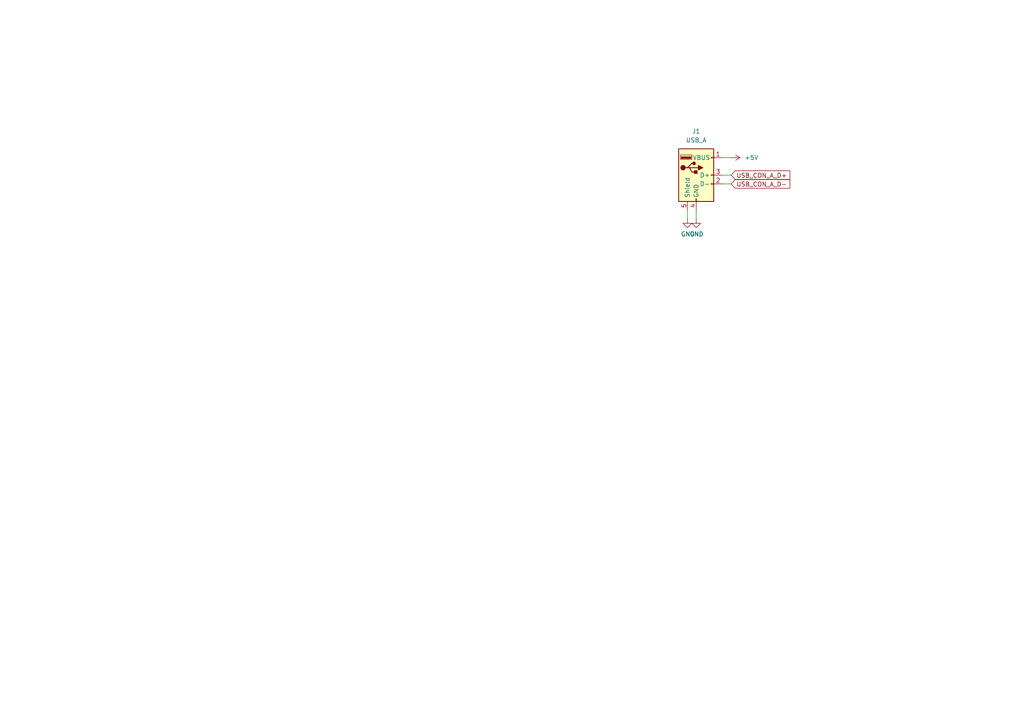
<source format=kicad_sch>
(kicad_sch (version 20230121) (generator eeschema)
  (paper "A4")
  (title_block (company "SmartEQ Information Technologies"))
  (lib_symbols
    (symbol "Connector:USB_A" (pin_names (offset 1.016))
      (property "Reference" "J" (at -5.08 11.43 0))
      (property "Value" "USB_A" (at -5.08 8.89 0))
      (symbol "USB_A_0_1"
        (rectangle (start -5.08 -7.62) (end 5.08 7.62) (stroke (width 0.254)) (fill (type background)))
        (circle (center -3.81 2.159) (radius 0.635) (stroke (width 0.254)) (fill (type outline)))
        (rectangle (start -1.524 4.826) (end -4.318 5.334) (fill (type outline)))
        (rectangle (start -1.27 4.572) (end -4.572 5.842))
        (circle (center -0.635 3.429) (radius 0.381) (stroke (width 0.254)) (fill (type outline)))
        (rectangle (start -0.127 -7.62) (end 0.127 -6.858))
        (polyline (pts (xy -3.175 2.159) (xy -2.54 2.159) (xy -1.27 3.429) (xy -0.635 3.429)) (stroke (width 0.254)))
        (polyline (pts (xy -2.54 2.159) (xy -1.905 2.159) (xy -1.27 0.889) (xy 0 0.889)) (stroke (width 0.254)))
        (polyline (pts (xy 0.635 2.794) (xy 0.635 1.524) (xy 1.905 2.159) (xy 0.635 2.794)) (stroke (width 0.254)) (fill (type outline)))
        (rectangle (start 0.254 1.27) (end -0.508 0.508) (stroke (width 0.254)) (fill (type outline)))
        (rectangle (start 5.08 -2.667) (end 4.318 -2.413))
        (rectangle (start 5.08 -0.127) (end 4.318 0.127))
        (rectangle (start 5.08 4.953) (end 4.318 5.207))
      )
      (symbol "USB_A_1_1"
        (polyline (pts (xy -1.905 2.159) (xy 0.635 2.159)) (stroke (width 0.254)))
        (pin power_in line (at 7.62 5.08 180) (length 2.54) (name "VBUS") (number "1"))
        (pin bidirectional line (at 7.62 -2.54 180) (length 2.54) (name "D-") (number "2"))
        (pin bidirectional line (at 7.62 0 180) (length 2.54) (name "D+") (number "3"))
        (pin power_in line (at 0 -10.16 90) (length 2.54) (name "GND") (number "4"))
        (pin passive line (at -2.54 -10.16 90) (length 2.54) (name "Shield") (number "5"))
      )
    )
    (symbol "power:+5V" (power) (pin_names (offset 0))
      (property "Value" "+5V" (at 0 3.556 0))
      (symbol "+5V_0_1"
        (polyline (pts (xy -0.762 1.27) (xy 0 2.54)))
        (polyline (pts (xy 0 0) (xy 0 2.54)))
        (polyline (pts (xy 0 2.54) (xy 0.762 1.27)))
      )
      (symbol "+5V_1_1"
        (pin power_in line (at 0 0 90) (length 0) hide (name "+5V") (number "1"))
      )
    )
    (symbol "power:GND" (power) (pin_names (offset 0))
      (property "Value" "GND" (at 0 -3.81 0))
      (symbol "GND_0_1"
        (polyline (pts (xy 0 0) (xy 0 -1.27) (xy 1.27 -1.27) (xy 0 -2.54) (xy -1.27 -1.27) (xy 0 -1.27)))
      )
      (symbol "GND_1_1"
        (pin power_in line (at 0 0 270) (length 0) hide (name "GND") (number "1"))
      )
    )
  )
  (wire (pts (xy 201.93 63.5) (xy 201.93 60.96)))
  (wire (pts (xy 212.09 53.34) (xy 209.55 53.34)))
  (wire (pts (xy 212.09 45.72) (xy 209.55 45.72)))
  (wire (pts (xy 199.39 63.5) (xy 199.39 60.96)))
  (wire (pts (xy 212.09 50.8) (xy 209.55 50.8)))
  (global_label "USB_CON_A_D-" (shape input) (at 212.09 53.34 0) (property "Intersheetrefs" "${INTERSHEET_REFS}" (effects hide)))
  (global_label "USB_CON_A_D+" (shape input) (at 212.09 50.8 0) (property "Intersheetrefs" "${INTERSHEET_REFS}" (effects hide)))
  (symbol (lib_id "power:GND") (at 201.93 63.5 0) (unit 1)
    (property "Reference" "#PWR0101" (effects hide))
    (property "Value" "GND" (at 202.057 67.8942 0))
  )
  (symbol (lib_id "power:GND") (at 199.39 63.5 0) (unit 1)
    (property "Reference" "#PWR0102" (effects hide))
    (property "Value" "GND" (at 199.517 67.8942 0))
  )
  (symbol (lib_id "Connector:USB_A") (at 201.93 50.8 0) (unit 1)
    (property "Reference" "J1" (at 201.93 38.1 0))
    (property "Value" "USB_A" (at 201.93 40.64 0))
    (property "Footprint" "Connector_USB:USB_A_CNCTech_1001-011-01101_Horizontal" (effects hide))
    (property "Datasheet" " ~" (effects hide))
  )
  (symbol (lib_id "power:+5V") (at 212.09 45.72 270) (unit 1)
    (property "Reference" "#PWR0103" (effects hide))
    (property "Value" "+5V" (at 215.9 45.7199 90) (effects (justify left)))
  )
)
</source>
